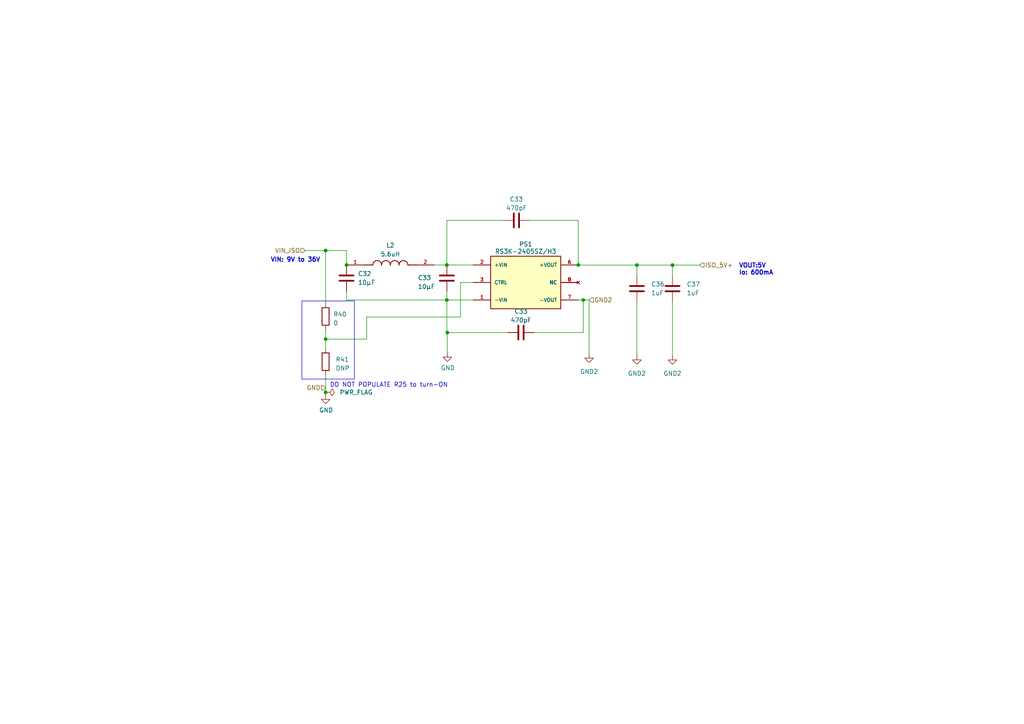
<source format=kicad_sch>
(kicad_sch (version 20231120) (generator "eeschema") (generator_version "8.0")
  (paper "A4")
  (title_block (title "packetRFMS") (date "2024-03-21") (rev "PCB_00132_6A_2124") (company "Packetworx Inc."))
  (lib_symbols
    (symbol "Device:C" (pin_numbers hide) (pin_names (offset 0.254))
      (property "Reference" "C" (at 0.635 2.54 0))
      (property "Value" "C" (at 0.635 -2.54 0))
      (symbol "C_0_1"
        (polyline (pts (xy -2.032 -0.762) (xy 2.032 -0.762)) (stroke (width 0.508)))
        (polyline (pts (xy -2.032 0.762) (xy 2.032 0.762)) (stroke (width 0.508)))
      )
      (symbol "C_1_1"
        (pin passive line (at 0 3.81 270) (length 2.794) (name "~") (number "1"))
        (pin passive line (at 0 -3.81 90) (length 2.794) (name "~") (number "2"))
      )
    )
    (symbol "Device:R" (pin_numbers hide) (pin_names (offset 0))
      (property "Reference" "R" (at 2.032 0 90))
      (property "Value" "R" (at 0 0 90))
      (symbol "R_0_1"
        (rectangle (start -1.016 -2.54) (end 1.016 2.54) (stroke (width 0.254)))
      )
      (symbol "R_1_1"
        (pin passive line (at 0 3.81 270) (length 1.27) (name "~") (number "1"))
        (pin passive line (at 0 -3.81 90) (length 1.27) (name "~") (number "2"))
      )
    )
    (symbol "RLS-567-R:RLS-567-R" (pin_names (offset 1.016))
      (property "Reference" "L" (at -10.16 7.62 0))
      (property "Value" "RLS-567-R" (at -10.16 5.08 0))
      (symbol "RLS-567-R_0_0"
        (arc (start -2.54 0) (mid -3.81 1.2645) (end -5.08 0) (stroke (width 0.254)))
        (arc (start 0 0) (mid -1.27 1.2645) (end -2.54 0) (stroke (width 0.254)))
        (polyline (pts (xy -5.08 0) (xy -7.62 0)) (stroke (width 0.254)))
        (polyline (pts (xy 5.08 0) (xy 7.62 0)) (stroke (width 0.254)))
        (arc (start 2.54 0) (mid 1.27 1.2645) (end 0 0) (stroke (width 0.254)))
        (arc (start 5.08 0) (mid 3.81 1.2645) (end 2.54 0) (stroke (width 0.254)))
        (pin passive line (at -12.7 0 0) (length 5.08) (name "~") (number "1"))
        (pin passive line (at 12.7 0 180) (length 5.08) (name "~") (number "2"))
      )
    )
    (symbol "RS3K-2405SZ_H3:RS3K-2405SZ/H3" (pin_names (offset 1.016))
      (property "Reference" "PS1" (at -0.0078 11.1192 0))
      (property "Value" "RS3K-2405SZ/H3" (at -0.0078 9.0055 0))
      (symbol "RS3K-2405SZ/H3_0_0"
        (rectangle (start -10.16 -7.62) (end 10.16 7.62) (stroke (width 0.254)) (fill (type background)))
        (pin input line (at -15.24 -5.08 0) (length 5.08) (name "-VIN") (number "1"))
        (pin input line (at -15.24 5.08 0) (length 5.08) (name "+VIN") (number "2"))
        (pin input line (at -15.24 0 0) (length 5.08) (name "CTRL") (number "3"))
        (pin no_connect line (at 15.24 0 180) (length 5.08) (name "NC") (number "5"))
        (pin output line (at 15.24 5.08 180) (length 5.08) (name "+VOUT") (number "6"))
        (pin no_connect line (at 15.24 0 180) (length 5.08) (name "NC") (number "8"))
      )
      (symbol "RS3K-2405SZ/H3_1_0"
        (pin bidirectional line (at 15.24 -5.08 180) (length 5.08) (name "-VOUT") (number "7"))
      )
    )
    (symbol "power:GND" (power) (pin_names (offset 0))
      (property "Value" "GND" (at 0 -3.81 0))
      (symbol "GND_0_1"
        (polyline (pts (xy 0 0) (xy 0 -1.27) (xy 1.27 -1.27) (xy 0 -2.54) (xy -1.27 -1.27) (xy 0 -1.27)))
      )
      (symbol "GND_1_1"
        (pin power_in line (at 0 0 270) (length 0) hide (name "GND") (number "1"))
      )
    )
    (symbol "power:GND2" (power) (pin_names (offset 0))
      (property "Value" "GND2" (at 0 -3.81 0))
      (symbol "GND2_0_1"
        (polyline (pts (xy 0 0) (xy 0 -1.27) (xy 1.27 -1.27) (xy 0 -2.54) (xy -1.27 -1.27) (xy 0 -1.27)))
      )
      (symbol "GND2_1_1"
        (pin power_in line (at 0 0 270) (length 0) hide (name "GND2") (number "1"))
      )
    )
    (symbol "power:PWR_FLAG" (power) (pin_numbers hide) (pin_names (offset 0) hide)
      (property "Value" "PWR_FLAG" (at 0 3.81 0))
      (symbol "PWR_FLAG_0_0"
        (pin power_out line (at 0 0 90) (length 0) (name "pwr") (number "1"))
      )
      (symbol "PWR_FLAG_0_1"
        (polyline (pts (xy 0 0) (xy 0 1.27) (xy -1.016 1.905) (xy 0 2.54) (xy 1.016 1.905) (xy 0 1.27)))
      )
    )
  )
  (junction (at 94.4424 113.7929))
  (junction (at 129.6045 87.013))
  (junction (at 169.16 87.013))
  (junction (at 167.7186 76.853))
  (junction (at 94.4424 98.3549))
  (junction (at 94.4327 72.6665))
  (junction (at 129.7476 96.4559))
  (junction (at 195.0461 76.8891))
  (junction (at 129.6045 76.853))
  (junction (at 184.7317 76.8891))
  (junction (at 100.5104 76.853))
  (wire (pts (xy 195.0461 79.9105) (xy 195.0461 76.8891)))
  (wire (pts (xy 170.8684 87.013) (xy 170.8684 102.6043)))
  (wire (pts (xy 169.16 87.013) (xy 170.8684 87.013)))
  (wire (pts (xy 94.4327 72.6665) (xy 100.5104 72.6665)))
  (wire (pts (xy 129.6045 84.473) (xy 129.6045 87.013)))
  (wire (pts (xy 167.7186 63.9263) (xy 153.5939 63.9263)))
  (wire (pts (xy 129.6045 87.013) (xy 129.6045 96.4559)))
  (wire (pts (xy 100.5104 72.6665) (xy 100.5104 76.853)))
  (wire (pts (xy 129.7476 96.4559) (xy 129.7476 102.3149)))
  (wire (pts (xy 184.7317 87.5232) (xy 184.7317 103.1145)))
  (wire (pts (xy 106.3672 91.9389) (xy 133.574 91.9389)))
  (wire (pts (xy 137.2386 87.013) (xy 129.6045 87.013)))
  (wire (pts (xy 195.0461 87.5305) (xy 195.0461 103.1218)))
  (wire (pts (xy 169.16 96.4559) (xy 169.16 87.013)))
  (wire (pts (xy 100.5104 84.473) (xy 100.5104 87.013)))
  (wire (pts (xy 167.7186 76.8891) (xy 167.7186 76.853)))
  (wire (pts (xy 169.16 87.013) (xy 167.7186 87.013)))
  (wire (pts (xy 94.4424 101.0916) (xy 94.4424 98.3549)))
  (wire (pts (xy 106.3672 98.3549) (xy 94.4424 98.3549)))
  (wire (pts (xy 106.3672 91.9389) (xy 106.3672 98.3549)))
  (wire (pts (xy 133.574 81.933) (xy 133.574 91.9389)))
  (wire (pts (xy 184.7317 79.9032) (xy 184.7317 76.8891)))
  (wire (pts (xy 129.6045 76.853) (xy 137.2386 76.853)))
  (wire (pts (xy 125.9104 76.853) (xy 129.6045 76.853)))
  (wire (pts (xy 129.6045 63.9263) (xy 129.6045 76.853)))
  (wire (pts (xy 145.9739 63.9263) (xy 129.6045 63.9263)))
  (wire (pts (xy 167.7186 76.8891) (xy 184.7317 76.8891)))
  (wire (pts (xy 94.4327 87.9783) (xy 94.4327 72.6665)))
  (wire (pts (xy 195.0461 76.8891) (xy 202.963 76.8891)))
  (wire (pts (xy 94.4424 95.5983) (xy 94.4327 95.5983)))
  (wire (pts (xy 88.5216 72.6665) (xy 94.4327 72.6665)))
  (wire (pts (xy 147.2971 96.4559) (xy 129.7476 96.4559)))
  (wire (pts (xy 129.7476 96.4559) (xy 129.6045 96.4559)))
  (wire (pts (xy 94.4424 108.7116) (xy 94.4424 113.7929)))
  (wire (pts (xy 167.7186 63.9263) (xy 167.7186 76.853)))
  (wire (pts (xy 94.4424 98.3549) (xy 94.4424 95.5983)))
  (wire (pts (xy 184.7317 76.8891) (xy 195.0461 76.8891)))
  (wire (pts (xy 94.4424 113.7929) (xy 94.4424 114.5706)))
  (wire (pts (xy 100.5104 87.013) (xy 129.6045 87.013)))
  (wire (pts (xy 137.2386 81.933) (xy 133.574 81.933)))
  (wire (pts (xy 154.9171 96.4559) (xy 169.16 96.4559)))
  (rectangle (start 87.5574 87.2897) (end 102.7918 109.9406))
  (text "VOUT:5V\nIo: 600mA\n" (at 214.2773 79.948 0) (effects (font (size 1.27 1.27) (thickness 0.254) (bold yes)) (justify left bottom)))
  (text "VIN: 9V to 36V\n" (at 78.4283 76.2117 0) (effects (font (size 1.27 1.27) (thickness 0.254) (bold yes)) (justify left bottom)))
  (text "DO NOT POPULATE R25 to turn-ON\n" (at 95.6312 112.498 0) (effects (font (size 1.27 1.27)) (justify left bottom)))
  (hierarchical_label "GND" (shape input) (at 94.4424 112.4747 180) (property "Intersheetrefs" "${INTERSHEET_REFS}" (effects (hide yes))))
  (hierarchical_label "VIN_ISO" (shape input) (at 88.5216 72.6665 180) (property "Intersheetrefs" "${INTERSHEET_REFS}" (effects (hide yes))))
  (hierarchical_label "GND2" (shape input) (at 170.8684 87.013 0) (property "Intersheetrefs" "${INTERSHEET_REFS}" (effects (hide yes))))
  (hierarchical_label "ISO_5V+" (shape input) (at 202.963 76.8891 0) (property "Intersheetrefs" "${INTERSHEET_REFS}" (effects (hide yes))))
  (symbol (lib_id "Device:C") (at 195.0461 83.7205 0) (unit 1)
    (property "Reference" "C37" (at 199.1575 82.4505 0) (effects (justify left)))
    (property "Value" "1uF" (at 199.1575 84.9905 0) (effects (justify left)))
    (property "Footprint" "Capacitor_SMD:C_0805_2012Metric" (effects (hide yes)))
  )
  (symbol (lib_id "power:GND2") (at 184.7317 103.1145 0) (unit 1)
    (property "Reference" "#PWR083" (effects (hide yes)))
    (property "Value" "GND2" (at 184.7317 108.3097 0))
  )
  (symbol (lib_id "power:GND") (at 94.4424 114.5706 0) (unit 1)
    (property "Reference" "#PWR0142" (effects (hide yes)))
    (property "Value" "GND" (at 94.5694 118.9648 0))
    (instances (project "SNAP" (path "" (reference "#PWR0142") (unit 1))) (project "packetRFMS" (path "" (reference "#PWR080") (unit 1))) (project "SNAP-Water-Level-Sensor" (path "" (reference "#PWR029") (unit 1))))
  )
  (symbol (lib_id "RLS-567-R:RLS-567-R") (at 113.2104 76.853 0) (unit 1)
    (property "Reference" "L2" (at 113.2104 71.1644 0))
    (property "Value" "5.6uH" (at 113.2104 73.7044 0))
    (property "Footprint" "SRP5015TA-5R6M:INDPM5752X150N" (effects (hide yes)))
    (property "PARTREV" "1" (effects (hide yes)))
    (property "STANDARD" "Manufacturer Recommendations" (effects (hide yes)))
    (property "MAXIMUM_PACKAGE_HEIGHT" "2.6mm" (effects (hide yes)))
    (property "MANUFACTURER" "RECOM" (effects (hide yes)))
    (property "LCSC" "C497860" (effects (hide yes)))
    (instances (project "packetRFMS" (path "" (reference "L2") (unit 1))) (project "SNAP-Water-Level-Sensor" (path "" (reference "L5") (unit 1))))
  )
  (symbol (lib_id "power:GND") (at 129.7476 102.3149 0) (unit 1)
    (property "Reference" "#PWR0142" (effects (hide yes)))
    (property "Value" "GND" (at 129.8746 106.7091 0))
    (instances (project "SNAP" (path "" (reference "#PWR0142") (unit 1))) (project "packetRFMS" (path "" (reference "#PWR081") (unit 1))) (project "SNAP-Water-Level-Sensor" (path "" (reference "#PWR029") (unit 1))))
  )
  (symbol (lib_id "Device:C") (at 151.1071 96.4559 90) (unit 1)
    (property "Reference" "C33" (at 151.1071 90.321 90))
    (property "Value" "470pF" (at 151.1071 92.861 90))
    (property "Footprint" "Capacitor_SMD:C_1812_4532Metric" (effects (hide yes)))
    (property "LCSC" "C106170" (effects (hide yes)))
    (instances (project "SNAP" (path "" (reference "C33") (unit 1))) (project "packetRFMS" (path "" (reference "C35") (unit 1))) (project "SNAP-Water-Level-Sensor" (path "" (reference "C27") (unit 1))))
  )
  (symbol (lib_id "Device:C") (at 129.6045 80.663 0) (unit 1)
    (property "Reference" "C33" (at 121.1711 80.5798 0) (effects (justify left)))
    (property "Value" "10µF" (at 121.1711 83.1198 0) (effects (justify left)))
    (property "Footprint" "Capacitor_SMD:CP_Elec_5x5.4" (effects (hide yes)))
    (property "LCSC" "C72486" (effects (hide yes)))
    (instances (project "packetRFMS" (path "" (reference "C33") (unit 1))) (project "SNAP-Water-Level-Sensor" (path "" (reference "C22") (unit 1))))
  )
  (symbol (lib_id "Device:C") (at 184.7317 83.7132 0) (unit 1)
    (property "Reference" "C36" (at 188.8431 82.4432 0) (effects (justify left)))
    (property "Value" "1uF" (at 188.8431 84.9832 0) (effects (justify left)))
    (property "Footprint" "Capacitor_SMD:C_0805_2012Metric" (effects (hide yes)))
  )
  (symbol (lib_id "power:GND2") (at 195.0461 103.1218 0) (unit 1)
    (property "Reference" "#PWR084" (effects (hide yes)))
    (property "Value" "GND2" (at 195.0461 108.317 0))
  )
  (symbol (lib_id "Device:R") (at 94.4424 104.9016 180) (unit 1)
    (property "Reference" "R41" (at 97.3254 104.2666 0) (effects (justify right)))
    (property "Value" "DNP" (at 97.3254 106.8066 0) (effects (justify right)))
    (property "Footprint" "Resistor_SMD:R_0603_1608Metric" (effects (hide yes)))
  )
  (symbol (lib_id "power:PWR_FLAG") (at 94.4424 113.7929 270) (unit 1)
    (property "Reference" "#FLG04" (effects (hide yes)))
    (property "Value" "PWR_FLAG" (at 98.4842 113.7929 90) (effects (justify left)))
  )
  (symbol (lib_id "Device:C") (at 100.5104 80.663 0) (unit 1)
    (property "Reference" "C32" (at 103.807 79.393 0) (effects (justify left)))
    (property "Value" "10µF" (at 103.807 81.933 0) (effects (justify left)))
    (property "Footprint" "Capacitor_SMD:CP_Elec_5x5.4" (effects (hide yes)))
    (property "LCSC" "C72486" (effects (hide yes)))
    (instances (project "packetRFMS" (path "" (reference "C32") (unit 1))) (project "SNAP-Water-Level-Sensor" (path "" (reference "C10") (unit 1))))
  )
  (symbol (lib_id "Device:C") (at 149.7839 63.9263 90) (unit 1)
    (property "Reference" "C33" (at 149.7839 57.7914 90))
    (property "Value" "470pF" (at 149.7839 60.3314 90))
    (property "Footprint" "Capacitor_SMD:C_1812_4532Metric" (effects (hide yes)))
    (property "LCSC" "C106170" (effects (hide yes)))
    (instances (project "SNAP" (path "" (reference "C33") (unit 1))) (project "packetRFMS" (path "" (reference "C34") (unit 1))) (project "SNAP-Water-Level-Sensor" (path "" (reference "C8") (unit 1))))
  )
  (symbol (lib_id "Device:R") (at 94.4327 91.7883 0) (unit 1)
    (property "Reference" "R40" (at 96.6521 91.1533 0) (effects (justify left)))
    (property "Value" "0" (at 96.6521 93.6933 0) (effects (justify left)))
    (property "Footprint" "Resistor_SMD:R_0603_1608Metric" (effects (hide yes)))
    (property "LSCS" "C176152" (effects (hide yes)))
  )
  (symbol (lib_id "RS3K-2405SZ_H3:RS3K-2405SZ/H3") (at 152.4786 81.933 0) (unit 1)
    (property "Reference" "PS1" (at 152.4708 70.8138 0))
    (property "Value" "RS3K-2405SZ/H3" (at 152.4708 72.9275 0))
    (property "Footprint" "PWX-Footprints-SNAP:CONV_RS3K-2405SZ_H3" (effects (hide yes)))
    (property "STANDARD" "Manufacturer Recommendations" (effects (hide yes)))
    (property "MAXIMUM_PACKAGE_HEIGHT" "11.6mm" (effects (hide yes)))
    (property "PARTREV" "0/2023" (effects (hide yes)))
    (property "MANUFACTURER" "Recom Power" (effects (hide yes)))
    (property "SNAPEDA_PN" "RS3K-2405SZ/H3" (effects (hide yes)))
  )
  (symbol (lib_id "power:GND2") (at 170.8684 102.6043 0) (unit 1)
    (property "Reference" "#PWR082" (effects (hide yes)))
    (property "Value" "GND2" (at 170.8684 107.7995 0))
  )
)
</source>
